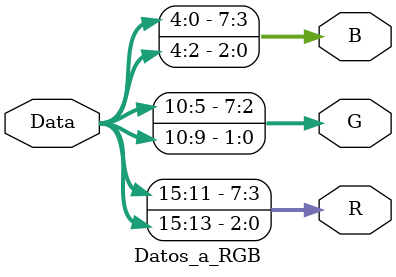
<source format=v>

/** En este módulo en concreto, crearemos el cambio de datos a sistema de colores RGB.
	Lo conseguiremos con la información proporcionada en la explicación de asignación de bits por rango de color RGB.
	
**/
module Datos_a_RGB(Data, R, G, B);
// Entrada -->
input [15:0] Data ; //16bits de tamaño.
// Salidas como registros -->
output reg [7:0] R, G, B ; // 8bits de tamaño cada una.
// Declaración del bloque procedural always con "Data" como lista de sensibilidad --> 
always @(Data)
begin
	R={Data[15:11],Data[15:13]} ; 
	G={Data[10:5],Data[10:9]} ;
	B={Data[4:0],Data[4:2]} ; 
end	

endmodule 
</source>
